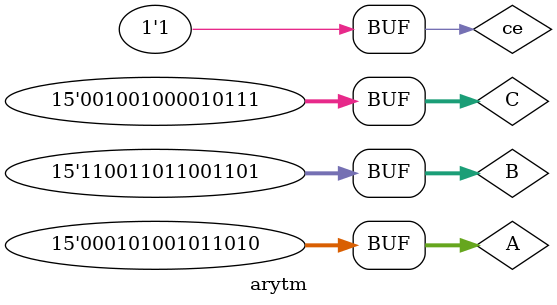
<source format=v>
`timescale 1ns / 1ps


module arytm(   );

    wire signed [14:0] A = 15'b000101001011010;
    wire signed [14:0] B = 15'b110011011001101;
    wire signed [14:0] C = 15'b001001000010111;
    wire signed [29:0] Y;
    
    wire clk;
    wire ce = 1'b1;


gen generator(
    .clk(clk)
);

algorytm addmul (
    .clk(clk),
    .ce(ce),
    .A(A),
    .B(B),
    .C(C),
    .Y(Y)
);
endmodule

</source>
